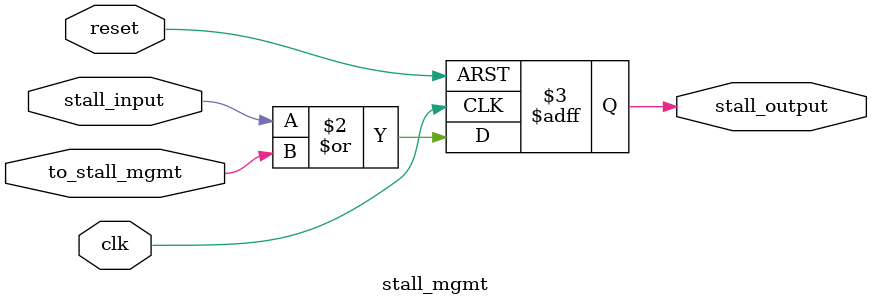
<source format=v>
module stall_mgmt (
    input  wire clk,
    input  wire reset,
    input  wire stall_input,    // Incoming stall signal (e.g., from arbiter)
    input  wire to_stall_mgmt,  // Feedback from buffer about its status
    output reg  stall_output    // Stall signal to propagate
);
    // Parameter to select stall strategy
    parameter GLOBAL_STALL = 1'b1; // Set to 0 for pipelined stall
    
    // For global stall, directly propagate stall signal
    // For pipelined stall, we'll add a cycle delay
    
    reg stall_delay; // For pipelined stall
    
    always @(posedge clk or posedge reset) begin
        if (reset) begin
            stall_output <= 1'b0;
            stall_delay <= 1'b0;
        end
        else begin
            if (GLOBAL_STALL) begin
                // Global stall: direct propagation
                stall_output <= stall_input | to_stall_mgmt;
            end
            else begin
                // Pipelined stall: delayed propagation
                stall_delay <= stall_input | to_stall_mgmt;
                stall_output <= stall_delay;
            end
        end
    end
endmodule
</source>
